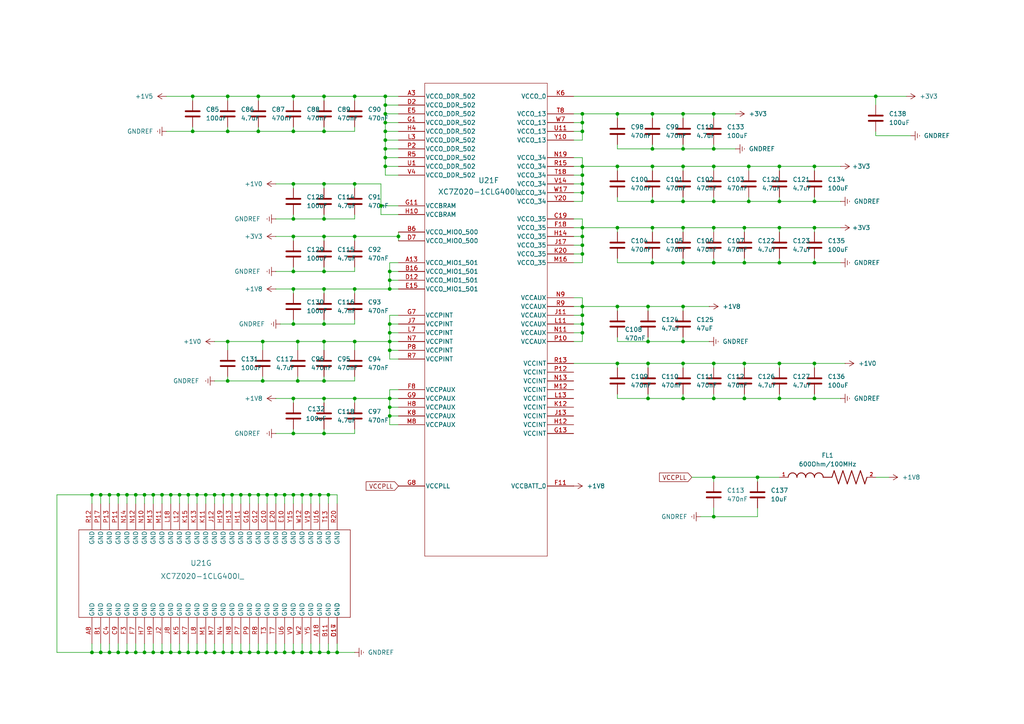
<source format=kicad_sch>
(kicad_sch (version 20231120) (generator "eeschema") (generator_version "8.0")
  (paper "A4")
  (junction (at 111.76 35.56))
  (junction (at 72.39 189.23))
  (junction (at 168.91 66.04))
  (junction (at 215.9 66.04))
  (junction (at 66.04 27.94))
  (junction (at 113.03 93.98))
  (junction (at 168.91 91.44))
  (junction (at 85.09 115.57))
  (junction (at 215.9 105.41))
  (junction (at 36.83 189.23))
  (junction (at 67.31 189.23))
  (junction (at 236.22 66.04))
  (junction (at 198.12 88.9))
  (junction (at 67.31 143.51))
  (junction (at 34.29 143.51))
  (junction (at 80.01 189.23))
  (junction (at 113.03 101.6))
  (junction (at 74.93 38.1))
  (junction (at 92.71 143.51))
  (junction (at 226.06 105.41))
  (junction (at 179.07 88.9))
  (junction (at 111.76 30.48))
  (junction (at 85.09 189.23))
  (junction (at 207.01 149.86))
  (junction (at 115.57 68.58))
  (junction (at 82.55 189.23))
  (junction (at 66.04 38.1))
  (junction (at 93.98 78.74))
  (junction (at 236.22 76.2))
  (junction (at 39.37 143.51))
  (junction (at 54.61 189.23))
  (junction (at 215.9 115.57))
  (junction (at 217.17 48.26))
  (junction (at 198.12 58.42))
  (junction (at 102.87 27.94))
  (junction (at 82.55 143.51))
  (junction (at 41.91 143.51))
  (junction (at 57.15 189.23))
  (junction (at 189.23 48.26))
  (junction (at 189.23 43.18))
  (junction (at 198.12 33.02))
  (junction (at 46.99 189.23))
  (junction (at 59.69 189.23))
  (junction (at 111.76 43.18))
  (junction (at 85.09 78.74))
  (junction (at 52.07 143.51))
  (junction (at 34.29 189.23))
  (junction (at 102.87 68.58))
  (junction (at 102.87 83.82))
  (junction (at 111.76 45.72))
  (junction (at 44.45 143.51))
  (junction (at 93.98 110.49))
  (junction (at 55.88 27.94))
  (junction (at 39.37 189.23))
  (junction (at 168.91 68.58))
  (junction (at 168.91 88.9))
  (junction (at 31.75 143.51))
  (junction (at 29.21 189.23))
  (junction (at 113.03 118.11))
  (junction (at 198.12 76.2))
  (junction (at 198.12 115.57))
  (junction (at 74.93 189.23))
  (junction (at 93.98 83.82))
  (junction (at 102.87 53.34))
  (junction (at 207.01 48.26))
  (junction (at 80.01 143.51))
  (junction (at 85.09 53.34))
  (junction (at 77.47 143.51))
  (junction (at 93.98 63.5))
  (junction (at 189.23 66.04))
  (junction (at 85.09 143.51))
  (junction (at 215.9 76.2))
  (junction (at 219.71 138.43))
  (junction (at 97.79 189.23))
  (junction (at 93.98 53.34))
  (junction (at 168.91 33.02))
  (junction (at 29.21 143.51))
  (junction (at 168.91 38.1))
  (junction (at 62.23 143.51))
  (junction (at 93.98 68.58))
  (junction (at 207.01 76.2))
  (junction (at 168.91 35.56))
  (junction (at 87.63 189.23))
  (junction (at 113.03 96.52))
  (junction (at 69.85 143.51))
  (junction (at 64.77 143.51))
  (junction (at 207.01 138.43))
  (junction (at 168.91 96.52))
  (junction (at 85.09 68.58))
  (junction (at 168.91 93.98))
  (junction (at 198.12 48.26))
  (junction (at 198.12 66.04))
  (junction (at 92.71 189.23))
  (junction (at 226.06 48.26))
  (junction (at 207.01 66.04))
  (junction (at 217.17 58.42))
  (junction (at 90.17 143.51))
  (junction (at 95.25 189.23))
  (junction (at 95.25 143.51))
  (junction (at 46.99 143.51))
  (junction (at 31.75 189.23))
  (junction (at 113.03 78.74))
  (junction (at 168.91 48.26))
  (junction (at 86.36 110.49))
  (junction (at 111.76 40.64))
  (junction (at 111.76 48.26))
  (junction (at 85.09 93.98))
  (junction (at 198.12 43.18))
  (junction (at 198.12 105.41))
  (junction (at 76.2 110.49))
  (junction (at 57.15 143.51))
  (junction (at 93.98 125.73))
  (junction (at 179.07 48.26))
  (junction (at 189.23 58.42))
  (junction (at 207.01 115.57))
  (junction (at 102.87 115.57))
  (junction (at 66.04 99.06))
  (junction (at 189.23 33.02))
  (junction (at 236.22 115.57))
  (junction (at 168.91 71.12))
  (junction (at 110.49 59.69))
  (junction (at 62.23 189.23))
  (junction (at 74.93 27.94))
  (junction (at 207.01 58.42))
  (junction (at 49.53 189.23))
  (junction (at 49.53 143.51))
  (junction (at 66.04 110.49))
  (junction (at 113.03 83.82))
  (junction (at 187.96 99.06))
  (junction (at 207.01 43.18))
  (junction (at 85.09 63.5))
  (junction (at 26.67 143.51))
  (junction (at 254 27.94))
  (junction (at 87.63 143.51))
  (junction (at 85.09 38.1))
  (junction (at 226.06 115.57))
  (junction (at 111.76 33.02))
  (junction (at 236.22 105.41))
  (junction (at 113.03 115.57))
  (junction (at 36.83 143.51))
  (junction (at 77.47 189.23))
  (junction (at 72.39 143.51))
  (junction (at 64.77 189.23))
  (junction (at 189.23 76.2))
  (junction (at 113.03 81.28))
  (junction (at 226.06 58.42))
  (junction (at 187.96 115.57))
  (junction (at 93.98 38.1))
  (junction (at 86.36 99.06))
  (junction (at 85.09 83.82))
  (junction (at 198.12 99.06))
  (junction (at 236.22 58.42))
  (junction (at 168.91 50.8))
  (junction (at 168.91 55.88))
  (junction (at 113.03 99.06))
  (junction (at 111.76 27.94))
  (junction (at 207.01 33.02))
  (junction (at 187.96 105.41))
  (junction (at 41.91 189.23))
  (junction (at 187.96 88.9))
  (junction (at 93.98 99.06))
  (junction (at 93.98 115.57))
  (junction (at 26.67 189.23))
  (junction (at 59.69 143.51))
  (junction (at 226.06 76.2))
  (junction (at 236.22 48.26))
  (junction (at 44.45 189.23))
  (junction (at 207.01 105.41))
  (junction (at 85.09 125.73))
  (junction (at 179.07 33.02))
  (junction (at 90.17 189.23))
  (junction (at 113.03 120.65))
  (junction (at 179.07 66.04))
  (junction (at 85.09 27.94))
  (junction (at 226.06 66.04))
  (junction (at 69.85 189.23))
  (junction (at 55.88 38.1))
  (junction (at 93.98 93.98))
  (junction (at 168.91 73.66))
  (junction (at 52.07 189.23))
  (junction (at 111.76 38.1))
  (junction (at 102.87 99.06))
  (junction (at 76.2 99.06))
  (junction (at 168.91 53.34))
  (junction (at 74.93 143.51))
  (junction (at 179.07 105.41))
  (junction (at 54.61 143.51))
  (junction (at 93.98 27.94))
  (wire (pts (xy 207.01 34.29) (xy 207.01 33.02)))
  (wire (pts (xy 115.57 93.98) (xy 113.03 93.98)))
  (wire (pts (xy 80.01 189.23) (xy 82.55 189.23)))
  (wire (pts (xy 29.21 186.69) (xy 29.21 189.23)))
  (wire (pts (xy 85.09 27.94) (xy 93.98 27.94)))
  (wire (pts (xy 203.2 149.86) (xy 207.01 149.86)))
  (wire (pts (xy 198.12 99.06) (xy 205.74 99.06)))
  (wire (pts (xy 95.25 146.05) (xy 95.25 143.51)))
  (wire (pts (xy 166.37 71.12) (xy 168.91 71.12)))
  (wire (pts (xy 82.55 186.69) (xy 82.55 189.23)))
  (wire (pts (xy 54.61 186.69) (xy 54.61 189.23)))
  (wire (pts (xy 85.09 146.05) (xy 85.09 143.51)))
  (wire (pts (xy 102.87 54.61) (xy 102.87 53.34)))
  (wire (pts (xy 49.53 146.05) (xy 49.53 143.51)))
  (wire (pts (xy 67.31 189.23) (xy 69.85 189.23)))
  (wire (pts (xy 198.12 106.68) (xy 198.12 105.41)))
  (wire (pts (xy 93.98 115.57) (xy 102.87 115.57)))
  (wire (pts (xy 31.75 143.51) (xy 29.21 143.51)))
  (wire (pts (xy 102.87 27.94) (xy 111.76 27.94)))
  (wire (pts (xy 236.22 57.15) (xy 236.22 58.42)))
  (wire (pts (xy 115.57 113.03) (xy 113.03 113.03)))
  (wire (pts (xy 113.03 76.2) (xy 113.03 78.74)))
  (wire (pts (xy 66.04 101.6) (xy 66.04 99.06)))
  (wire (pts (xy 102.87 78.74) (xy 93.98 78.74)))
  (wire (pts (xy 102.87 116.84) (xy 102.87 115.57)))
  (wire (pts (xy 93.98 99.06) (xy 102.87 99.06)))
  (wire (pts (xy 46.99 146.05) (xy 46.99 143.51)))
  (wire (pts (xy 189.23 57.15) (xy 189.23 58.42)))
  (wire (pts (xy 226.06 67.31) (xy 226.06 66.04)))
  (wire (pts (xy 115.57 78.74) (xy 113.03 78.74)))
  (wire (pts (xy 168.91 48.26) (xy 166.37 48.26)))
  (wire (pts (xy 113.03 93.98) (xy 113.03 96.52)))
  (wire (pts (xy 93.98 101.6) (xy 93.98 99.06)))
  (wire (pts (xy 86.36 110.49) (xy 93.98 110.49)))
  (wire (pts (xy 44.45 146.05) (xy 44.45 143.51)))
  (wire (pts (xy 189.23 49.53) (xy 189.23 48.26)))
  (wire (pts (xy 49.53 143.51) (xy 46.99 143.51)))
  (wire (pts (xy 207.01 114.3) (xy 207.01 115.57)))
  (wire (pts (xy 207.01 67.31) (xy 207.01 66.04)))
  (wire (pts (xy 217.17 48.26) (xy 207.01 48.26)))
  (wire (pts (xy 93.98 125.73) (xy 102.87 125.73)))
  (wire (pts (xy 219.71 149.86) (xy 207.01 149.86)))
  (wire (pts (xy 166.37 93.98) (xy 168.91 93.98)))
  (wire (pts (xy 207.01 43.18) (xy 213.36 43.18)))
  (wire (pts (xy 90.17 189.23) (xy 92.71 189.23)))
  (wire (pts (xy 115.57 40.64) (xy 111.76 40.64)))
  (wire (pts (xy 85.09 85.09) (xy 85.09 83.82)))
  (wire (pts (xy 187.96 115.57) (xy 198.12 115.57)))
  (wire (pts (xy 57.15 143.51) (xy 59.69 143.51)))
  (wire (pts (xy 198.12 90.17) (xy 198.12 88.9)))
  (wire (pts (xy 219.71 138.43) (xy 207.01 138.43)))
  (wire (pts (xy 168.91 71.12) (xy 168.91 73.66)))
  (wire (pts (xy 102.87 69.85) (xy 102.87 68.58)))
  (wire (pts (xy 198.12 43.18) (xy 207.01 43.18)))
  (wire (pts (xy 85.09 29.21) (xy 85.09 27.94)))
  (wire (pts (xy 67.31 186.69) (xy 67.31 189.23)))
  (wire (pts (xy 236.22 106.68) (xy 236.22 105.41)))
  (wire (pts (xy 115.57 48.26) (xy 111.76 48.26)))
  (wire (pts (xy 168.91 66.04) (xy 166.37 66.04)))
  (wire (pts (xy 187.96 88.9) (xy 179.07 88.9)))
  (wire (pts (xy 93.98 53.34) (xy 85.09 53.34)))
  (wire (pts (xy 166.37 105.41) (xy 179.07 105.41)))
  (wire (pts (xy 85.09 27.94) (xy 74.93 27.94)))
  (wire (pts (xy 115.57 68.58) (xy 102.87 68.58)))
  (wire (pts (xy 85.09 115.57) (xy 80.01 115.57)))
  (wire (pts (xy 62.23 146.05) (xy 62.23 143.51)))
  (wire (pts (xy 198.12 41.91) (xy 198.12 43.18)))
  (wire (pts (xy 236.22 58.42) (xy 243.84 58.42)))
  (wire (pts (xy 85.09 77.47) (xy 85.09 78.74)))
  (wire (pts (xy 166.37 50.8) (xy 168.91 50.8)))
  (wire (pts (xy 59.69 186.69) (xy 59.69 189.23)))
  (wire (pts (xy 44.45 189.23) (xy 46.99 189.23)))
  (wire (pts (xy 52.07 143.51) (xy 54.61 143.51)))
  (wire (pts (xy 77.47 143.51) (xy 74.93 143.51)))
  (wire (pts (xy 82.55 146.05) (xy 82.55 143.51)))
  (wire (pts (xy 113.03 123.19) (xy 113.03 120.65)))
  (wire (pts (xy 85.09 54.61) (xy 85.09 53.34)))
  (wire (pts (xy 207.01 58.42) (xy 217.17 58.42)))
  (wire (pts (xy 85.09 93.98) (xy 93.98 93.98)))
  (wire (pts (xy 44.45 143.51) (xy 41.91 143.51)))
  (wire (pts (xy 72.39 186.69) (xy 72.39 189.23)))
  (wire (pts (xy 26.67 189.23) (xy 29.21 189.23)))
  (wire (pts (xy 236.22 49.53) (xy 236.22 48.26)))
  (wire (pts (xy 85.09 78.74) (xy 93.98 78.74)))
  (wire (pts (xy 113.03 120.65) (xy 113.03 118.11)))
  (wire (pts (xy 254 27.94) (xy 254 30.48)))
  (wire (pts (xy 66.04 36.83) (xy 66.04 38.1)))
  (wire (pts (xy 217.17 49.53) (xy 217.17 48.26)))
  (wire (pts (xy 198.12 88.9) (xy 187.96 88.9)))
  (wire (pts (xy 189.23 74.93) (xy 189.23 76.2)))
  (wire (pts (xy 102.87 101.6) (xy 102.87 99.06)))
  (wire (pts (xy 93.98 93.98) (xy 102.87 93.98)))
  (wire (pts (xy 66.04 38.1) (xy 74.93 38.1)))
  (wire (pts (xy 207.01 138.43) (xy 200.66 138.43)))
  (wire (pts (xy 111.76 43.18) (xy 111.76 40.64)))
  (wire (pts (xy 215.9 67.31) (xy 215.9 66.04)))
  (wire (pts (xy 92.71 189.23) (xy 95.25 189.23)))
  (wire (pts (xy 26.67 146.05) (xy 26.67 143.51)))
  (wire (pts (xy 36.83 146.05) (xy 36.83 143.51)))
  (wire (pts (xy 85.09 186.69) (xy 85.09 189.23)))
  (wire (pts (xy 110.49 62.23) (xy 110.49 59.69)))
  (wire (pts (xy 31.75 146.05) (xy 31.75 143.51)))
  (wire (pts (xy 66.04 27.94) (xy 66.04 29.21)))
  (wire (pts (xy 31.75 186.69) (xy 31.75 189.23)))
  (wire (pts (xy 85.09 125.73) (xy 93.98 125.73)))
  (wire (pts (xy 76.2 101.6) (xy 76.2 99.06)))
  (wire (pts (xy 207.01 74.93) (xy 207.01 76.2)))
  (wire (pts (xy 93.98 115.57) (xy 85.09 115.57)))
  (wire (pts (xy 102.87 53.34) (xy 110.49 53.34)))
  (wire (pts (xy 198.12 49.53) (xy 198.12 48.26)))
  (wire (pts (xy 66.04 110.49) (xy 76.2 110.49)))
  (wire (pts (xy 115.57 101.6) (xy 113.03 101.6)))
  (wire (pts (xy 93.98 109.22) (xy 93.98 110.49)))
  (wire (pts (xy 55.88 38.1) (xy 66.04 38.1)))
  (wire (pts (xy 93.98 77.47) (xy 93.98 78.74)))
  (wire (pts (xy 72.39 146.05) (xy 72.39 143.51)))
  (wire (pts (xy 166.37 35.56) (xy 168.91 35.56)))
  (wire (pts (xy 207.01 49.53) (xy 207.01 48.26)))
  (wire (pts (xy 236.22 48.26) (xy 226.06 48.26)))
  (wire (pts (xy 115.57 81.28) (xy 113.03 81.28)))
  (wire (pts (xy 93.98 68.58) (xy 85.09 68.58)))
  (wire (pts (xy 207.01 115.57) (xy 215.9 115.57)))
  (wire (pts (xy 198.12 114.3) (xy 198.12 115.57)))
  (wire (pts (xy 254 39.37) (xy 264.16 39.37)))
  (wire (pts (xy 168.91 38.1) (xy 168.91 35.56)))
  (wire (pts (xy 215.9 106.68) (xy 215.9 105.41)))
  (wire (pts (xy 49.53 186.69) (xy 49.53 189.23)))
  (wire (pts (xy 215.9 66.04) (xy 207.01 66.04)))
  (wire (pts (xy 115.57 59.69) (xy 110.49 59.69)))
  (wire (pts (xy 80.01 146.05) (xy 80.01 143.51)))
  (wire (pts (xy 93.98 85.09) (xy 93.98 83.82)))
  (wire (pts (xy 166.37 58.42) (xy 168.91 58.42)))
  (wire (pts (xy 111.76 35.56) (xy 111.76 33.02)))
  (wire (pts (xy 168.91 91.44) (xy 168.91 88.9)))
  (wire (pts (xy 102.87 68.58) (xy 93.98 68.58)))
  (wire (pts (xy 166.37 96.52) (xy 168.91 96.52)))
  (wire (pts (xy 93.98 29.21) (xy 93.98 27.94)))
  (wire (pts (xy 102.87 99.06) (xy 113.03 99.06)))
  (wire (pts (xy 62.23 99.06) (xy 66.04 99.06)))
  (wire (pts (xy 57.15 186.69) (xy 57.15 189.23)))
  (wire (pts (xy 74.93 146.05) (xy 74.93 143.51)))
  (wire (pts (xy 113.03 81.28) (xy 113.03 83.82)))
  (wire (pts (xy 16.51 189.23) (xy 26.67 189.23)))
  (wire (pts (xy 115.57 120.65) (xy 113.03 120.65)))
  (wire (pts (xy 113.03 115.57) (xy 115.57 115.57)))
  (wire (pts (xy 39.37 186.69) (xy 39.37 189.23)))
  (wire (pts (xy 179.07 67.31) (xy 179.07 66.04)))
  (wire (pts (xy 166.37 73.66) (xy 168.91 73.66)))
  (wire (pts (xy 72.39 189.23) (xy 74.93 189.23)))
  (wire (pts (xy 67.31 146.05) (xy 67.31 143.51)))
  (wire (pts (xy 69.85 146.05) (xy 69.85 143.51)))
  (wire (pts (xy 85.09 36.83) (xy 85.09 38.1)))
  (wire (pts (xy 198.12 58.42) (xy 207.01 58.42)))
  (wire (pts (xy 111.76 50.8) (xy 111.76 48.26)))
  (wire (pts (xy 236.22 66.04) (xy 226.06 66.04)))
  (wire (pts (xy 166.37 27.94) (xy 254 27.94)))
  (wire (pts (xy 76.2 109.22) (xy 76.2 110.49)))
  (wire (pts (xy 41.91 186.69) (xy 41.91 189.23)))
  (wire (pts (xy 179.07 34.29) (xy 179.07 33.02)))
  (wire (pts (xy 86.36 99.06) (xy 93.98 99.06)))
  (wire (pts (xy 69.85 186.69) (xy 69.85 189.23)))
  (wire (pts (xy 113.03 83.82) (xy 115.57 83.82)))
  (wire (pts (xy 76.2 110.49) (xy 86.36 110.49)))
  (wire (pts (xy 57.15 189.23) (xy 59.69 189.23)))
  (wire (pts (xy 168.91 53.34) (xy 168.91 55.88)))
  (wire (pts (xy 189.23 58.42) (xy 198.12 58.42)))
  (wire (pts (xy 254 38.1) (xy 254 39.37)))
  (wire (pts (xy 226.06 105.41) (xy 215.9 105.41)))
  (wire (pts (xy 168.91 86.36) (xy 168.91 88.9)))
  (wire (pts (xy 102.87 109.22) (xy 102.87 110.49)))
  (wire (pts (xy 168.91 68.58) (xy 168.91 66.04)))
  (wire (pts (xy 102.87 53.34) (xy 93.98 53.34)))
  (wire (pts (xy 93.98 38.1) (xy 102.87 38.1)))
  (wire (pts (xy 44.45 186.69) (xy 44.45 189.23)))
  (wire (pts (xy 219.71 138.43) (xy 226.06 138.43)))
  (wire (pts (xy 102.87 83.82) (xy 93.98 83.82)))
  (wire (pts (xy 87.63 189.23) (xy 90.17 189.23)))
  (wire (pts (xy 207.01 48.26) (xy 198.12 48.26)))
  (wire (pts (xy 85.09 53.34) (xy 80.01 53.34)))
  (wire (pts (xy 215.9 115.57) (xy 226.06 115.57)))
  (wire (pts (xy 113.03 101.6) (xy 113.03 99.06)))
  (wire (pts (xy 115.57 69.85) (xy 115.57 68.58)))
  (wire (pts (xy 57.15 146.05) (xy 57.15 143.51)))
  (wire (pts (xy 102.87 115.57) (xy 113.03 115.57)))
  (wire (pts (xy 168.91 33.02) (xy 179.07 33.02)))
  (wire (pts (xy 187.96 105.41) (xy 198.12 105.41)))
  (wire (pts (xy 207.01 139.7) (xy 207.01 138.43)))
  (wire (pts (xy 54.61 146.05) (xy 54.61 143.51)))
  (wire (pts (xy 29.21 189.23) (xy 31.75 189.23)))
  (wire (pts (xy 102.87 29.21) (xy 102.87 27.94)))
  (wire (pts (xy 189.23 33.02) (xy 198.12 33.02)))
  (wire (pts (xy 207.01 106.68) (xy 207.01 105.41)))
  (wire (pts (xy 85.09 78.74) (xy 80.01 78.74)))
  (wire (pts (xy 64.77 189.23) (xy 67.31 189.23)))
  (wire (pts (xy 236.22 76.2) (xy 243.84 76.2)))
  (wire (pts (xy 82.55 143.51) (xy 80.01 143.51)))
  (wire (pts (xy 179.07 99.06) (xy 187.96 99.06)))
  (wire (pts (xy 67.31 143.51) (xy 69.85 143.51)))
  (wire (pts (xy 74.93 36.83) (xy 74.93 38.1)))
  (wire (pts (xy 179.07 114.3) (xy 179.07 115.57)))
  (wire (pts (xy 34.29 146.05) (xy 34.29 143.51)))
  (wire (pts (xy 198.12 115.57) (xy 207.01 115.57)))
  (wire (pts (xy 226.06 74.93) (xy 226.06 76.2)))
  (wire (pts (xy 80.01 125.73) (xy 85.09 125.73)))
  (wire (pts (xy 166.37 45.72) (xy 168.91 45.72)))
  (wire (pts (xy 102.87 38.1) (xy 102.87 36.83)))
  (wire (pts (xy 217.17 58.42) (xy 226.06 58.42)))
  (wire (pts (xy 74.93 27.94) (xy 66.04 27.94)))
  (wire (pts (xy 93.98 92.71) (xy 93.98 93.98)))
  (wire (pts (xy 93.98 54.61) (xy 93.98 53.34)))
  (wire (pts (xy 74.93 186.69) (xy 74.93 189.23)))
  (wire (pts (xy 115.57 62.23) (xy 110.49 62.23)))
  (wire (pts (xy 90.17 146.05) (xy 90.17 143.51)))
  (wire (pts (xy 92.71 143.51) (xy 90.17 143.51)))
  (wire (pts (xy 111.76 48.26) (xy 111.76 45.72)))
  (wire (pts (xy 81.28 93.98) (xy 85.09 93.98)))
  (wire (pts (xy 85.09 124.46) (xy 85.09 125.73)))
  (wire (pts (xy 87.63 186.69) (xy 87.63 189.23)))
  (wire (pts (xy 187.96 114.3) (xy 187.96 115.57)))
  (wire (pts (xy 219.71 139.7) (xy 219.71 138.43)))
  (wire (pts (xy 115.57 123.19) (xy 113.03 123.19)))
  (wire (pts (xy 97.79 186.69) (xy 97.79 189.23)))
  (wire (pts (xy 55.88 27.94) (xy 66.04 27.94)))
  (wire (pts (xy 168.91 71.12) (xy 168.91 68.58)))
  (wire (pts (xy 111.76 40.64) (xy 111.76 38.1)))
  (wire (pts (xy 115.57 118.11) (xy 113.03 118.11)))
  (wire (pts (xy 82.55 143.51) (xy 85.09 143.51)))
  (wire (pts (xy 110.49 59.69) (xy 110.49 53.34)))
  (wire (pts (xy 166.37 76.2) (xy 168.91 76.2)))
  (wire (pts (xy 95.25 186.69) (xy 95.25 189.23)))
  (wire (pts (xy 179.07 74.93) (xy 179.07 76.2)))
  (wire (pts (xy 62.23 186.69) (xy 62.23 189.23)))
  (wire (pts (xy 115.57 104.14) (xy 113.03 104.14)))
  (wire (pts (xy 198.12 97.79) (xy 198.12 99.06)))
  (wire (pts (xy 102.87 62.23) (xy 102.87 63.5)))
  (wire (pts (xy 215.9 114.3) (xy 215.9 115.57)))
  (wire (pts (xy 179.07 106.68) (xy 179.07 105.41)))
  (wire (pts (xy 111.76 27.94) (xy 115.57 27.94)))
  (wire (pts (xy 113.03 99.06) (xy 115.57 99.06)))
  (wire (pts (xy 198.12 105.41) (xy 207.01 105.41)))
  (wire (pts (xy 76.2 99.06) (xy 86.36 99.06)))
  (wire (pts (xy 187.96 105.41) (xy 179.07 105.41)))
  (wire (pts (xy 41.91 146.05) (xy 41.91 143.51)))
  (wire (pts (xy 92.71 146.05) (xy 92.71 143.51)))
  (wire (pts (xy 179.07 33.02) (xy 189.23 33.02)))
  (wire (pts (xy 93.98 63.5) (xy 85.09 63.5)))
  (wire (pts (xy 80.01 143.51) (xy 77.47 143.51)))
  (wire (pts (xy 198.12 74.93) (xy 198.12 76.2)))
  (wire (pts (xy 34.29 186.69) (xy 34.29 189.23)))
  (wire (pts (xy 236.22 74.93) (xy 236.22 76.2)))
  (wire (pts (xy 113.03 78.74) (xy 113.03 81.28)))
  (wire (pts (xy 97.79 143.51) (xy 95.25 143.51)))
  (wire (pts (xy 168.91 96.52) (xy 168.91 93.98)))
  (wire (pts (xy 179.07 90.17) (xy 179.07 88.9)))
  (wire (pts (xy 77.47 146.05) (xy 77.47 143.51)))
  (wire (pts (xy 95.25 143.51) (xy 92.71 143.51)))
  (wire (pts (xy 115.57 45.72) (xy 111.76 45.72)))
  (wire (pts (xy 166.37 53.34) (xy 168.91 53.34)))
  (wire (pts (xy 74.93 29.21) (xy 74.93 27.94)))
  (wire (pts (xy 236.22 48.26) (xy 243.84 48.26)))
  (wire (pts (xy 207.01 33.02) (xy 213.36 33.02)))
  (wire (pts (xy 179.07 41.91) (xy 179.07 43.18)))
  (wire (pts (xy 102.87 63.5) (xy 93.98 63.5)))
  (wire (pts (xy 115.57 38.1) (xy 111.76 38.1)))
  (wire (pts (xy 254 138.43) (xy 257.81 138.43)))
  (wire (pts (xy 62.23 110.49) (xy 66.04 110.49)))
  (wire (pts (xy 69.85 143.51) (xy 72.39 143.51)))
  (wire (pts (xy 168.91 63.5) (xy 168.91 66.04)))
  (wire (pts (xy 217.17 57.15) (xy 217.17 58.42)))
  (wire (pts (xy 207.01 76.2) (xy 215.9 76.2)))
  (wire (pts (xy 189.23 66.04) (xy 179.07 66.04)))
  (wire (pts (xy 215.9 74.93) (xy 215.9 76.2)))
  (wire (pts (xy 168.91 88.9) (xy 166.37 88.9)))
  (wire (pts (xy 215.9 76.2) (xy 226.06 76.2)))
  (wire (pts (xy 46.99 143.51) (xy 44.45 143.51)))
  (wire (pts (xy 36.83 186.69) (xy 36.83 189.23)))
  (wire (pts (xy 115.57 76.2) (xy 113.03 76.2)))
  (wire (pts (xy 166.37 38.1) (xy 168.91 38.1)))
  (wire (pts (xy 236.22 67.31) (xy 236.22 66.04)))
  (wire (pts (xy 189.23 43.18) (xy 198.12 43.18)))
  (wire (pts (xy 93.98 124.46) (xy 93.98 125.73)))
  (wire (pts (xy 115.57 33.02) (xy 111.76 33.02)))
  (wire (pts (xy 166.37 86.36) (xy 168.91 86.36)))
  (wire (pts (xy 113.03 118.11) (xy 113.03 115.57)))
  (wire (pts (xy 198.12 67.31) (xy 198.12 66.04)))
  (wire (pts (xy 226.06 114.3) (xy 226.06 115.57)))
  (wire (pts (xy 85.09 189.23) (xy 87.63 189.23)))
  (wire (pts (xy 236.22 66.04) (xy 243.84 66.04)))
  (wire (pts (xy 85.09 143.51) (xy 87.63 143.51)))
  (wire (pts (xy 111.76 33.02) (xy 111.76 30.48)))
  (wire (pts (xy 80.01 68.58) (xy 85.09 68.58)))
  (wire (pts (xy 52.07 146.05) (xy 52.07 143.51)))
  (wire (pts (xy 93.98 36.83) (xy 93.98 38.1)))
  (wire (pts (xy 115.57 91.44) (xy 113.03 91.44)))
  (wire (pts (xy 111.76 45.72) (xy 111.76 43.18)))
  (wire (pts (xy 29.21 146.05) (xy 29.21 143.51)))
  (wire (pts (xy 168.91 93.98) (xy 168.91 91.44)))
  (wire (pts (xy 179.07 57.15) (xy 179.07 58.42)))
  (wire (pts (xy 85.09 116.84) (xy 85.09 115.57)))
  (wire (pts (xy 66.04 99.06) (xy 76.2 99.06)))
  (wire (pts (xy 55.88 36.83) (xy 55.88 38.1)))
  (wire (pts (xy 115.57 35.56) (xy 111.76 35.56)))
  (wire (pts (xy 187.96 97.79) (xy 187.96 99.06)))
  (wire (pts (xy 93.98 116.84) (xy 93.98 115.57)))
  (wire (pts (xy 168.91 40.64) (xy 168.91 38.1)))
  (wire (pts (xy 115.57 96.52) (xy 113.03 96.52)))
  (wire (pts (xy 226.06 115.57) (xy 236.22 115.57)))
  (wire (pts (xy 97.79 146.05) (xy 97.79 143.51)))
  (wire (pts (xy 34.29 189.23) (xy 36.83 189.23)))
  (wire (pts (xy 48.26 38.1) (xy 55.88 38.1)))
  (wire (pts (xy 46.99 186.69) (xy 46.99 189.23)))
  (wire (pts (xy 226.06 57.15) (xy 226.06 58.42)))
  (wire (pts (xy 54.61 189.23) (xy 57.15 189.23)))
  (wire (pts (xy 179.07 97.79) (xy 179.07 99.06)))
  (wire (pts (xy 217.17 48.26) (xy 226.06 48.26)))
  (wire (pts (xy 189.23 48.26) (xy 179.07 48.26)))
  (wire (pts (xy 168.91 55.88) (xy 168.91 58.42)))
  (wire (pts (xy 59.69 143.51) (xy 62.23 143.51)))
  (wire (pts (xy 168.91 48.26) (xy 168.91 50.8)))
  (wire (pts (xy 236.22 115.57) (xy 243.84 115.57)))
  (wire (pts (xy 198.12 34.29) (xy 198.12 33.02)))
  (wire (pts (xy 226.06 106.68) (xy 226.06 105.41)))
  (wire (pts (xy 39.37 146.05) (xy 39.37 143.51)))
  (wire (pts (xy 36.83 189.23) (xy 39.37 189.23)))
  (wire (pts (xy 168.91 53.34) (xy 168.91 50.8)))
  (wire (pts (xy 198.12 76.2) (xy 207.01 76.2)))
  (wire (pts (xy 55.88 27.94) (xy 48.26 27.94)))
  (wire (pts (xy 189.23 48.26) (xy 198.12 48.26)))
  (wire (pts (xy 34.29 143.51) (xy 36.83 143.51)))
  (wire (pts (xy 198.12 57.15) (xy 198.12 58.42)))
  (wire (pts (xy 207.01 149.86) (xy 207.01 147.32)))
  (wire (pts (xy 113.03 113.03) (xy 113.03 115.57)))
  (wire (pts (xy 166.37 40.64) (xy 168.91 40.64)))
  (wire (pts (xy 207.01 57.15) (xy 207.01 58.42)))
  (wire (pts (xy 179.07 76.2) (xy 189.23 76.2)))
  (wire (pts (xy 226.06 66.04) (xy 215.9 66.04)))
  (wire (pts (xy 41.91 143.51) (xy 39.37 143.51)))
  (wire (pts (xy 179.07 49.53) (xy 179.07 48.26)))
  (wire (pts (xy 198.12 88.9) (xy 205.74 88.9)))
  (wire (pts (xy 36.83 143.51) (xy 39.37 143.51)))
  (wire (pts (xy 111.76 38.1) (xy 111.76 35.56)))
  (wire (pts (xy 207.01 41.91) (xy 207.01 43.18)))
  (wire (pts (xy 62.23 189.23) (xy 64.77 189.23)))
  (wire (pts (xy 102.87 124.46) (xy 102.87 125.73)))
  (wire (pts (xy 93.98 27.94) (xy 102.87 27.94)))
  (wire (pts (xy 198.12 66.04) (xy 189.23 66.04)))
  (wire (pts (xy 55.88 29.21) (xy 55.88 27.94)))
  (wire (pts (xy 74.93 143.51) (xy 72.39 143.51)))
  (wire (pts (xy 111.76 30.48) (xy 111.76 27.94)))
  (wire (pts (xy 93.98 110.49) (xy 102.87 110.49)))
  (wire (pts (xy 166.37 63.5) (xy 168.91 63.5)))
  (wire (pts (xy 93.98 69.85) (xy 93.98 68.58)))
  (wire (pts (xy 168.91 99.06) (xy 168.91 96.52)))
  (wire (pts (xy 52.07 189.23) (xy 54.61 189.23)))
  (wire (pts (xy 97.79 189.23) (xy 102.87 189.23)))
  (wire (pts (xy 226.06 58.42) (xy 236.22 58.42)))
  (wire (pts (xy 85.09 38.1) (xy 93.98 38.1)))
  (wire (pts (xy 16.51 143.51) (xy 16.51 189.23)))
  (wire (pts (xy 77.47 186.69) (xy 77.47 189.23)))
  (wire (pts (xy 74.93 189.23) (xy 77.47 189.23)))
  (wire (pts (xy 166.37 99.06) (xy 168.91 99.06)))
  (wire (pts (xy 102.87 77.47) (xy 102.87 78.74)))
  (wire (pts (xy 166.37 68.58) (xy 168.91 68.58)))
  (wire (pts (xy 236.22 105.41) (xy 226.06 105.41)))
  (wire (pts (xy 166.37 55.88) (xy 168.91 55.88)))
  (wire (pts (xy 26.67 143.51) (xy 29.21 143.51)))
  (wire (pts (xy 113.03 91.44) (xy 113.03 93.98)))
  (wire (pts (xy 102.87 85.09) (xy 102.87 83.82)))
  (wire (pts (xy 59.69 146.05) (xy 59.69 143.51)))
  (wire (pts (xy 85.09 69.85) (xy 85.09 68.58)))
  (wire (pts (xy 179.07 58.42) (xy 189.23 58.42)))
  (wire (pts (xy 187.96 106.68) (xy 187.96 105.41)))
  (wire (pts (xy 254 27.94) (xy 262.89 27.94)))
  (wire (pts (xy 168.91 45.72) (xy 168.91 48.26)))
  (wire (pts (xy 49.53 143.51) (xy 52.07 143.51)))
  (wire (pts (xy 16.51 143.51) (xy 26.67 143.51)))
  (wire (pts (xy 64.77 186.69) (xy 64.77 189.23)))
  (wire (pts (xy 179.07 48.26) (xy 168.91 48.26)))
  (wire (pts (xy 219.71 147.32) (xy 219.71 149.86)))
  (wire (pts (xy 59.69 189.23) (xy 62.23 189.23)))
  (wire (pts (xy 236.22 105.41) (xy 245.11 105.41)))
  (wire (pts (xy 189.23 41.91) (xy 189.23 43.18)))
  (wire (pts (xy 166.37 33.02) (xy 168.91 33.02)))
  (wire (pts (xy 66.04 110.49) (xy 66.04 109.22)))
  (wire (pts (xy 80.01 63.5) (xy 85.09 63.5)))
  (wire (pts (xy 57.15 143.51) (xy 54.61 143.51)))
  (wire (pts (xy 93.98 62.23) (xy 93.98 63.5)))
  (wire (pts (xy 34.29 143.51) (xy 31.75 143.51)))
  (wire (pts (xy 85.09 93.98) (xy 85.09 92.71)))
  (wire (pts (xy 90.17 186.69) (xy 90.17 189.23)))
  (wire (pts (xy 187.96 90.17) (xy 187.96 88.9)))
  (wire (pts (xy 77.47 189.23) (xy 80.01 189.23)))
  (wire (pts (xy 102.87 92.71) (xy 102.87 93.98)))
  (wire (pts (xy 64.77 146.05) (xy 64.77 143.51)))
  (wire (pts (xy 115.57 67.31) (xy 115.57 68.58)))
  (wire (pts (xy 85.09 63.5) (xy 85.09 62.23)))
  (wire (pts (xy 69.85 189.23) (xy 72.39 189.23)))
  (wire (pts (xy 226.06 76.2) (xy 236.22 76.2)))
  (wire (pts (xy 87.63 146.05) (xy 87.63 143.51)))
  (wire (pts (xy 92.71 186.69) (xy 92.71 189.23)))
  (wire (pts (xy 80.01 186.69) (xy 80.01 189.23)))
  (wire (pts (xy 236.22 114.3) (xy 236.22 115.57)))
  (wire (pts (xy 46.99 189.23) (xy 49.53 189.23)))
  (wire (pts (xy 41.91 189.23) (xy 44.45 189.23)))
  (wire (pts (xy 93.98 83.82) (xy 85.09 83.82)))
  (wire (pts (xy 168.91 35.56) (xy 168.91 33.02)))
  (wire (pts (xy 74.93 38.1) (xy 85.09 38.1)))
  (wire (pts (xy 226.06 49.53) (xy 226.06 48.26)))
  (wire (pts (xy 39.37 189.23) (xy 41.91 189.23)))
  (wire (pts (xy 86.36 101.6) (xy 86.36 99.06)))
  (wire (pts (xy 168.91 73.66) (xy 168.91 76.2)))
  (wire (pts (xy 102.87 83.82) (xy 113.03 83.82)))
  (wire (pts (xy 179.07 115.57) (xy 187.96 115.57)))
  (wire (pts (xy 26.67 186.69) (xy 26.67 189.23)))
  (wire (pts (xy 166.37 91.44) (xy 168.91 91.44)))
  (wire (pts (xy 67.31 143.51) (xy 64.77 143.51)))
  (wire (pts (xy 215.9 105.41) (xy 207.01 105.41)))
  (wire (pts (xy 90.17 143.51) (xy 87.63 143.51)))
  (wire (pts (xy 85.09 83.82) (xy 80.01 83.82)))
  (wire (pts (xy 198.12 33.02) (xy 207.01 33.02)))
  (wire (pts (xy 113.03 96.52) (xy 113.03 99.06)))
  (wire (pts (xy 115.57 50.8) (xy 111.76 50.8)))
  (wire (pts (xy 187.96 99.06) (xy 198.12 99.06)))
  (wire (pts (xy 179.07 43.18) (xy 189.23 43.18)))
  (wire (pts (xy 82.55 189.23) (xy 85.09 189.23)))
  (wire (pts (xy 113.03 104.14) (xy 113.03 101.6)))
  (wire (pts (xy 64.77 143.51) (xy 62.23 143.51)))
  (wire (pts (xy 95.25 189.23) (xy 97.79 189.23)))
  (wire (pts (xy 189.23 34.29) (xy 189.23 33.02)))
  (wire (pts (xy 31.75 189.23) (xy 34.29 189.23)))
  (wire (pts (xy 115.57 43.18) (xy 111.76 43.18)))
  (wire (pts (xy 86.36 109.22) (xy 86.36 110.49)))
  (wire (pts (xy 49.53 189.23) (xy 52.07 189.23)))
  (wire (pts (xy 207.01 66.04) (xy 198.12 66.04)))
  (wire (pts (xy 189.23 67.31) (xy 189.23 66.04)))
  (wire (pts (xy 115.57 30.48) (xy 111.76 30.48)))
  (wire (pts (xy 179.07 88.9) (xy 168.91 88.9)))
  (wire (pts (xy 52.07 186.69) (xy 52.07 189.23)))
  (wire (pts (xy 179.07 66.04) (xy 168.91 66.04)))
  (wire (pts (xy 189.23 76.2) (xy 198.12 76.2)))
  (global_label "VCCPLL" (shape input) (at 115.57 140.97 180) (property "Intersheetrefs" "${INTERSHEET_REFS}" (effects (hide yes))))
  (global_label "VCCPLL" (shape input) (at 200.66 138.43 180) (property "Intersheetrefs" "${INTERSHEET_REFS}" (effects (hide yes))))
  (symbol (lib_id "Device:C") (at 102.87 88.9 0) (unit 1)
    (property "Reference" "C93" (at 106.68 87.6299 0) (effects (justify left)))
    (property "Value" "470nF" (at 106.68 90.1699 0) (effects (justify left)))
    (property "Footprint" "JLCPCB:C_0402" (effects (hide yes)))
    (property "Description" "Unpolarized capacitor" (effects (hide yes)))
  )
  (symbol (lib_id "Device:C") (at 226.06 53.34 0) (unit 1)
    (property "Reference" "C121" (at 229.87 52.0699 0) (effects (justify left)))
    (property "Value" "4.7uF" (at 229.87 54.6099 0) (effects (justify left)))
    (property "Footprint" "JLCPCB:C_0402" (effects (hide yes)))
    (property "Description" "Unpolarized capacitor" (effects (hide yes)))
  )
  (symbol (lib_id "Device:C") (at 102.87 58.42 0) (unit 1)
    (property "Reference" "C91" (at 106.68 57.1499 0) (effects (justify left)))
    (property "Value" "470nF" (at 106.68 59.6899 0) (effects (justify left)))
    (property "Footprint" "JLCPCB:C_0402" (effects (hide yes)))
    (property "Description" "Unpolarized capacitor" (effects (hide yes)))
  )
  (symbol (lib_id "Device:C") (at 207.01 53.34 0) (unit 1)
    (property "Reference" "C103" (at 210.82 52.0699 0) (effects (justify left)))
    (property "Value" "470nF" (at 210.82 54.6099 0) (effects (justify left)))
    (property "Footprint" "JLCPCB:C_0402" (effects (hide yes)))
    (property "Description" "Unpolarized capacitor" (effects (hide yes)))
  )
  (symbol (lib_id "power:+3V3") (at 243.84 48.26 270) (unit 1)
    (property "Reference" "#PWR0112" (effects (hide yes)))
    (property "Value" "+3V3" (at 247.1261 48.2599 90) (effects (justify left)))
    (property "Description" "Power symbol creates a global label with name \"+3V3\"" (effects (hide yes)))
  )
  (symbol (lib_id "Device:C") (at 198.12 110.49 0) (unit 1)
    (property "Reference" "C111" (at 201.93 109.2199 0) (effects (justify left)))
    (property "Value" "470nF" (at 201.93 111.7599 0) (effects (justify left)))
    (property "Footprint" "JLCPCB:C_0402" (effects (hide yes)))
    (property "Description" "Unpolarized capacitor" (effects (hide yes)))
  )
  (symbol (lib_id "power:GNDREF") (at 81.28 93.98 270) (unit 1)
    (property "Reference" "#PWR0109" (effects (hide yes)))
    (property "Value" "GNDREF" (at 76.8448 93.9799 90) (effects (justify right)))
    (property "Description" "Power symbol creates a global label with name \"GNDREF\" , reference supply ground" (effects (hide yes)))
  )
  (symbol (lib_id "Device:C") (at 85.09 73.66 0) (unit 1)
    (property "Reference" "C129" (at 88.9 72.3899 0) (effects (justify left)))
    (property "Value" "100uF" (at 88.9 74.9299 0) (effects (justify left)))
    (property "Footprint" "JLCPCB:C_0402" (effects (hide yes)))
    (property "Description" "Unpolarized capacitor" (effects (hide yes)))
  )
  (symbol (lib_id "Device:C") (at 93.98 73.66 0) (unit 1)
    (property "Reference" "C115" (at 97.79 72.3899 0) (effects (justify left)))
    (property "Value" "4.7uF" (at 97.79 74.9299 0) (effects (justify left)))
    (property "Footprint" "JLCPCB:C_0402" (effects (hide yes)))
    (property "Description" "Unpolarized capacitor" (effects (hide yes)))
  )
  (symbol (lib_id "Device:C") (at 217.17 53.34 0) (unit 1)
    (property "Reference" "C120" (at 220.98 52.0699 0) (effects (justify left)))
    (property "Value" "4.7uF" (at 220.98 54.6099 0) (effects (justify left)))
    (property "Footprint" "JLCPCB:C_0402" (effects (hide yes)))
    (property "Description" "Unpolarized capacitor" (effects (hide yes)))
  )
  (symbol (lib_id "Device:C") (at 187.96 110.49 0) (unit 1)
    (property "Reference" "C110" (at 191.77 109.2199 0) (effects (justify left)))
    (property "Value" "470nF" (at 191.77 111.7599 0) (effects (justify left)))
    (property "Footprint" "JLCPCB:C_0402" (effects (hide yes)))
    (property "Description" "Unpolarized capacitor" (effects (hide yes)))
  )
  (symbol (lib_id "2025-03-16_22-31-30:XC7Z020-1CLG400I_") (at 27.94 186.69 90) (unit 7)
    (property "Reference" "U21" (at 61.468 163.322 90) (effects (font (size 1.524 1.524)) (justify left)))
    (property "Value" "XC7Z020-1CLG400I_" (at 70.866 167.132 90) (effects (font (size 1.524 1.524)) (justify left)))
    (property "Footprint" "XC7Z020-1CLG400I:CLG400_ZYNQ-7000_AMD" (effects (hide yes)))
    (property "Datasheet" "XC7Z020-1CLG400I" (effects (hide yes)))
  )
  (symbol (lib_id "Device:C") (at 189.23 38.1 0) (unit 1)
    (property "Reference" "C99" (at 193.04 36.8299 0) (effects (justify left)))
    (property "Value" "470nF" (at 193.04 39.3699 0) (effects (justify left)))
    (property "Footprint" "JLCPCB:C_0402" (effects (hide yes)))
    (property "Description" "Unpolarized capacitor" (effects (hide yes)))
  )
  (symbol (lib_id "Device:C") (at 85.09 58.42 0) (unit 1)
    (property "Reference" "C128" (at 88.9 57.1499 0) (effects (justify left)))
    (property "Value" "100uF" (at 88.9 59.6899 0) (effects (justify left)))
    (property "Footprint" "JLCPCB:C_0402" (effects (hide yes)))
    (property "Description" "Unpolarized capacitor" (effects (hide yes)))
  )
  (symbol (lib_id "Device:C") (at 93.98 88.9 0) (unit 1)
    (property "Reference" "C116" (at 97.79 87.6299 0) (effects (justify left)))
    (property "Value" "4.7nF" (at 97.79 90.1699 0) (effects (justify left)))
    (property "Footprint" "JLCPCB:C_0402" (effects (hide yes)))
    (property "Description" "Unpolarized capacitor" (effects (hide yes)))
  )
  (symbol (lib_id "Device:C") (at 189.23 53.34 0) (unit 1)
    (property "Reference" "C101" (at 193.04 52.0699 0) (effects (justify left)))
    (property "Value" "470nF" (at 193.04 54.6099 0) (effects (justify left)))
    (property "Footprint" "JLCPCB:C_0402" (effects (hide yes)))
    (property "Description" "Unpolarized capacitor" (effects (hide yes)))
  )
  (symbol (lib_id "Device:C") (at 236.22 71.12 0) (unit 1)
    (property "Reference" "C135" (at 240.03 69.8499 0) (effects (justify left)))
    (property "Value" "100uF" (at 240.03 72.3899 0) (effects (justify left)))
    (property "Footprint" "JLCPCB:C_0402" (effects (hide yes)))
    (property "Description" "Unpolarized capacitor" (effects (hide yes)))
  )
  (symbol (lib_id "Device:C") (at 93.98 33.02 0) (unit 1)
    (property "Reference" "C89" (at 97.79 31.7499 0) (effects (justify left)))
    (property "Value" "470nF" (at 97.79 34.2899 0) (effects (justify left)))
    (property "Footprint" "JLCPCB:C_0402" (effects (hide yes)))
    (property "Description" "Unpolarized capacitor" (effects (hide yes)))
  )
  (symbol (lib_id "Device:C") (at 226.06 110.49 0) (unit 1)
    (property "Reference" "C127" (at 229.87 109.2199 0) (effects (justify left)))
    (property "Value" "4.7uF" (at 229.87 111.7599 0) (effects (justify left)))
    (property "Footprint" "JLCPCB:C_0402" (effects (hide yes)))
    (property "Description" "Unpolarized capacitor" (effects (hide yes)))
  )
  (symbol (lib_id "BLM18AG601SZ1D:BLM18AG601SZ1D") (at 241.3 138.43 0) (unit 1)
    (property "Reference" "FL1" (at 240.03 132.08 0))
    (property "Value" "600Ohm/100MHz" (at 240.03 134.62 0))
    (property "Footprint" "BLM18AG601SZ1D:BEADC1608X95N" (effects (hide yes)))
  )
  (symbol (lib_id "power:+1V8") (at 166.37 140.97 270) (unit 1)
    (property "Reference" "#PWR073" (effects (hide yes)))
    (property "Value" "+1V8" (at 170.18 140.9699 90) (effects (justify left)))
    (property "Description" "Power symbol creates a global label with name \"+1V8\"" (effects (hide yes)))
  )
  (symbol (lib_id "power:+1V8") (at 80.01 83.82 90) (unit 1)
    (property "Reference" "#PWR066" (effects (hide yes)))
    (property "Value" "+1V8" (at 76.2 83.8199 90) (effects (justify left)))
    (property "Description" "Power symbol creates a global label with name \"+1V8\"" (effects (hide yes)))
  )
  (symbol (lib_id "Device:C") (at 187.96 93.98 0) (unit 1)
    (property "Reference" "C124" (at 191.77 92.7099 0) (effects (justify left)))
    (property "Value" "4.7uF" (at 191.77 95.2499 0) (effects (justify left)))
    (property "Footprint" "JLCPCB:C_0402" (effects (hide yes)))
    (property "Description" "Unpolarized capacitor" (effects (hide yes)))
  )
  (symbol (lib_id "Device:C") (at 236.22 53.34 0) (unit 1)
    (property "Reference" "C134" (at 240.03 52.0699 0) (effects (justify left)))
    (property "Value" "100uF" (at 240.03 54.6099 0) (effects (justify left)))
    (property "Footprint" "JLCPCB:C_0402" (effects (hide yes)))
    (property "Description" "Unpolarized capacitor" (effects (hide yes)))
  )
  (symbol (lib_id "Device:C") (at 215.9 110.49 0) (unit 1)
    (property "Reference" "C126" (at 219.71 109.2199 0) (effects (justify left)))
    (property "Value" "4.7uF" (at 219.71 111.7599 0) (effects (justify left)))
    (property "Footprint" "JLCPCB:C_0402" (effects (hide yes)))
    (property "Description" "Unpolarized capacitor" (effects (hide yes)))
  )
  (symbol (lib_id "2025-03-16_22-31-30:XC7Z020-1CLG400I_") (at 115.57 29.21 0) (unit 6)
    (property "Reference" "U21" (at 141.732 52.324 0) (effects (font (size 1.524 1.524))))
    (property "Value" "XC7Z020-1CLG400I_" (at 139.192 55.626 0) (effects (font (size 1.524 1.524))))
    (property "Footprint" "XC7Z020-1CLG400I:CLG400_ZYNQ-7000_AMD" (effects (hide yes)))
    (property "Datasheet" "XC7Z020-1CLG400I" (effects (hide yes)))
  )
  (symbol (lib_id "power:+1V8") (at 205.74 88.9 270) (unit 1)
    (property "Reference" "#PWR071" (effects (hide yes)))
    (property "Value" "+1V8" (at 209.55 88.8999 90) (effects (justify left)))
    (property "Description" "Power symbol creates a global label with name \"+1V8\"" (effects (hide yes)))
  )
  (symbol (lib_id "Device:C") (at 66.04 105.41 0) (unit 1)
    (property "Reference" "C131" (at 69.85 104.1399 0) (effects (justify left)))
    (property "Value" "100uF" (at 69.85 106.6799 0) (effects (justify left)))
    (property "Footprint" "JLCPCB:C_0402" (effects (hide yes)))
    (property "Description" "Unpolarized capacitor" (effects (hide yes)))
  )
  (symbol (lib_id "power:GNDREF") (at 213.36 43.18 90) (unit 1)
    (property "Reference" "#PWR057" (effects (hide yes)))
    (property "Value" "GNDREF" (at 217.17 43.1799 90) (effects (justify right)))
    (property "Description" "Power symbol creates a global label with name \"GNDREF\" , reference supply ground" (effects (hide yes)))
  )
  (symbol (lib_id "power:+3V3") (at 213.36 33.02 270) (unit 1)
    (property "Reference" "#PWR070" (effects (hide yes)))
    (property "Value" "+3V3" (at 217.17 33.0199 90) (effects (justify left)))
    (property "Description" "Power symbol creates a global label with name \"+3V3\"" (effects (hide yes)))
  )
  (symbol (lib_id "Device:C") (at 85.09 120.65 0) (unit 1)
    (property "Reference" "C132" (at 89.154 118.618 0) (effects (justify left)))
    (property "Value" "100uF" (at 88.646 121.412 0) (effects (justify left)))
    (property "Footprint" "JLCPCB:C_0402" (effects (hide yes)))
    (property "Description" "Unpolarized capacitor" (effects (hide yes)))
  )
  (symbol (lib_id "power:GNDREF") (at 205.74 99.06 90) (unit 1)
    (property "Reference" "#PWR062" (effects (hide yes)))
    (property "Value" "GNDREF" (at 209.55 99.0599 90) (effects (justify right)))
    (property "Description" "Power symbol creates a global label with name \"GNDREF\" , reference supply ground" (effects (hide yes)))
  )
  (symbol (lib_id "Device:C") (at 236.22 110.49 0) (unit 1)
    (property "Reference" "C136" (at 240.03 109.2199 0) (effects (justify left)))
    (property "Value" "100uF" (at 240.03 111.7599 0) (effects (justify left)))
    (property "Footprint" "JLCPCB:C_0402" (effects (hide yes)))
    (property "Description" "Unpolarized capacitor" (effects (hide yes)))
  )
  (symbol (lib_id "Device:C") (at 198.12 71.12 0) (unit 1)
    (property "Reference" "C106" (at 201.93 69.8499 0) (effects (justify left)))
    (property "Value" "470nF" (at 201.93 72.3899 0) (effects (justify left)))
    (property "Footprint" "JLCPCB:C_0402" (effects (hide yes)))
    (property "Description" "Unpolarized capacitor" (effects (hide yes)))
  )
  (symbol (lib_id "Device:C") (at 179.07 110.49 0) (unit 1)
    (property "Reference" "C109" (at 182.88 109.2199 0) (effects (justify left)))
    (property "Value" "470nF" (at 182.88 111.7599 0) (effects (justify left)))
    (property "Footprint" "JLCPCB:C_0402" (effects (hide yes)))
    (property "Description" "Unpolarized capacitor" (effects (hide yes)))
  )
  (symbol (lib_id "Device:C") (at 207.01 110.49 0) (unit 1)
    (property "Reference" "C112" (at 210.82 109.2199 0) (effects (justify left)))
    (property "Value" "470nF" (at 210.82 111.7599 0) (effects (justify left)))
    (property "Footprint" "JLCPCB:C_0402" (effects (hide yes)))
    (property "Description" "Unpolarized capacitor" (effects (hide yes)))
  )
  (symbol (lib_id "Device:C") (at 179.07 38.1 0) (unit 1)
    (property "Reference" "C98" (at 182.88 36.8299 0) (effects (justify left)))
    (property "Value" "470nF" (at 182.88 39.3699 0) (effects (justify left)))
    (property "Footprint" "JLCPCB:C_0402" (effects (hide yes)))
    (property "Description" "Unpolarized capacitor" (effects (hide yes)))
  )
  (symbol (lib_id "Device:C") (at 93.98 120.65 0) (unit 1)
    (property "Reference" "C118" (at 97.79 119.3799 0) (effects (justify left)))
    (property "Value" "4.7uF" (at 97.79 121.9199 0) (effects (justify left)))
    (property "Footprint" "JLCPCB:C_0402" (effects (hide yes)))
    (property "Description" "Unpolarized capacitor" (effects (hide yes)))
  )
  (symbol (lib_id "power:+3V3") (at 262.89 27.94 270) (unit 1)
    (property "Reference" "#PWR069" (effects (hide yes)))
    (property "Value" "+3V3" (at 266.7 27.9399 90) (effects (justify left)))
    (property "Description" "Power symbol creates a global label with name \"+3V3\"" (effects (hide yes)))
  )
  (symbol (lib_id "power:GNDREF") (at 102.87 189.23 90) (unit 1)
    (property "Reference" "#PWR054" (effects (hide yes)))
    (property "Value" "GNDREF" (at 106.68 189.2299 90) (effects (justify right)))
    (property "Description" "Power symbol creates a global label with name \"GNDREF\" , reference supply ground" (effects (hide yes)))
  )
  (symbol (lib_id "Device:C") (at 179.07 71.12 0) (unit 1)
    (property "Reference" "C104" (at 182.88 69.8499 0) (effects (justify left)))
    (property "Value" "470nF" (at 182.88 72.3899 0) (effects (justify left)))
    (property "Footprint" "JLCPCB:C_0402" (effects (hide yes)))
    (property "Description" "Unpolarized capacitor" (effects (hide yes)))
  )
  (symbol (lib_id "Device:C") (at 74.93 33.02 0) (unit 1)
    (property "Reference" "C87" (at 78.74 31.7499 0) (effects (justify left)))
    (property "Value" "470nF" (at 78.74 34.2899 0) (effects (justify left)))
    (property "Footprint" "JLCPCB:C_0402" (effects (hide yes)))
    (property "Description" "Unpolarized capacitor" (effects (hide yes)))
  )
  (symbol (lib_id "power:GNDREF") (at 48.26 38.1 270) (unit 1)
    (property "Reference" "#PWR055" (effects (hide yes)))
    (property "Value" "GNDREF" (at 44.45 38.0999 90) (effects (justify right)))
    (property "Description" "Power symbol creates a global label with name \"GNDREF\" , reference supply ground" (effects (hide yes)))
  )
  (symbol (lib_id "power:+1V0") (at 80.01 53.34 90) (unit 1)
    (property "Reference" "#PWR064" (effects (hide yes)))
    (property "Value" "+1V0" (at 76.2 53.3399 90) (effects (justify left)))
    (property "Description" "Power symbol creates a global label with name \"+1V0\"" (effects (hide yes)))
  )
  (symbol (lib_id "Device:C") (at 102.87 33.02 0) (unit 1)
    (property "Reference" "C90" (at 106.68 31.7499 0) (effects (justify left)))
    (property "Value" "470nF" (at 106.68 34.2899 0) (effects (justify left)))
    (property "Footprint" "JLCPCB:C_0402" (effects (hide yes)))
    (property "Description" "Unpolarized capacitor" (effects (hide yes)))
  )
  (symbol (lib_id "Device:C") (at 189.23 71.12 0) (unit 1)
    (property "Reference" "C105" (at 193.04 69.8499 0) (effects (justify left)))
    (property "Value" "470nF" (at 193.04 72.3899 0) (effects (justify left)))
    (property "Footprint" "JLCPCB:C_0402" (effects (hide yes)))
    (property "Description" "Unpolarized capacitor" (effects (hide yes)))
  )
  (symbol (lib_id "Device:C") (at 198.12 93.98 0) (unit 1)
    (property "Reference" "C125" (at 201.93 92.7099 0) (effects (justify left)))
    (property "Value" "47uF" (at 201.93 95.2499 0) (effects (justify left)))
    (property "Footprint" "JLCPCB:C_0402" (effects (hide yes)))
    (property "Description" "Unpolarized capacitor" (effects (hide yes)))
  )
  (symbol (lib_id "Device:C") (at 198.12 53.34 0) (unit 1)
    (property "Reference" "C102" (at 201.93 52.0699 0) (effects (justify left)))
    (property "Value" "470nF" (at 201.93 54.6099 0) (effects (justify left)))
    (property "Footprint" "JLCPCB:C_0402" (effects (hide yes)))
    (property "Description" "Unpolarized capacitor" (effects (hide yes)))
  )
  (symbol (lib_id "power:+3V3") (at 243.84 66.04 270) (unit 1)
    (property "Reference" "#PWR074" (effects (hide yes)))
    (property "Value" "+3V3" (at 247.1261 66.0399 90) (effects (justify left)))
    (property "Description" "Power symbol creates a global label with name \"+3V3\"" (effects (hide yes)))
  )
  (symbol (lib_id "Device:C") (at 254 34.29 0) (unit 1)
    (property "Reference" "C138" (at 257.81 33.0199 0) (effects (justify left)))
    (property "Value" "100uF" (at 257.81 35.5599 0) (effects (justify left)))
    (property "Footprint" "JLCPCB:C_0402" (effects (hide yes)))
    (property "Description" "Unpolarized capacitor" (effects (hide yes)))
  )
  (symbol (lib_id "Device:C") (at 85.09 33.02 0) (unit 1)
    (property "Reference" "C88" (at 88.9 31.7499 0) (effects (justify left)))
    (property "Value" "470nF" (at 88.9 34.2899 0) (effects (justify left)))
    (property "Footprint" "JLCPCB:C_0402" (effects (hide yes)))
    (property "Description" "Unpolarized capacitor" (effects (hide yes)))
  )
  (symbol (lib_id "power:+1V8") (at 80.01 115.57 90) (unit 1)
    (property "Reference" "#PWR067" (effects (hide yes)))
    (property "Value" "+1V8" (at 76.2 115.5699 90) (effects (justify left)))
    (property "Description" "Power symbol creates a global label with name \"+1V8\"" (effects (hide yes)))
  )
  (symbol (lib_id "Device:C") (at 198.12 38.1 0) (unit 1)
    (property "Reference" "C119" (at 201.93 36.8299 0) (effects (justify left)))
    (property "Value" "4.7uF" (at 201.93 39.3699 0) (effects (justify left)))
    (property "Footprint" "JLCPCB:C_0402" (effects (hide yes)))
    (property "Description" "Unpolarized capacitor" (effects (hide yes)))
  )
  (symbol (lib_id "power:+1V5") (at 48.26 27.94 90) (unit 1)
    (property "Reference" "#PWR063" (effects (hide yes)))
    (property "Value" "+1V5" (at 44.45 27.9399 90) (effects (justify left)))
    (property "Description" "Power symbol creates a global label with name \"+1V5\"" (effects (hide yes)))
  )
  (symbol (lib_id "power:GNDREF") (at 243.84 76.2 90) (unit 1)
    (property "Reference" "#PWR059" (effects (hide yes)))
    (property "Value" "GNDREF" (at 247.65 76.1999 90) (effects (justify right)))
    (property "Description" "Power symbol creates a global label with name \"GNDREF\" , reference supply ground" (effects (hide yes)))
  )
  (symbol (lib_id "Device:C") (at 86.36 105.41 0) (unit 1)
    (property "Reference" "C96" (at 90.17 104.1399 0) (effects (justify left)))
    (property "Value" "470nF" (at 90.17 106.6799 0) (effects (justify left)))
    (property "Footprint" "JLCPCB:C_0402" (effects (hide yes)))
    (property "Description" "Unpolarized capacitor" (effects (hide yes)))
  )
  (symbol (lib_id "power:GNDREF") (at 80.01 63.5 270) (unit 1)
    (property "Reference" "#PWR0111" (effects (hide yes)))
    (property "Value" "GNDREF" (at 75.5748 63.4999 90) (effects (justify right)))
    (property "Description" "Power symbol creates a global label with name \"GNDREF\" , reference supply ground" (effects (hide yes)))
  )
  (symbol (lib_id "Device:C") (at 207.01 38.1 0) (unit 1)
    (property "Reference" "C133" (at 210.82 36.8299 0) (effects (justify left)))
    (property "Value" "100uF" (at 210.82 39.3699 0) (effects (justify left)))
    (property "Footprint" "JLCPCB:C_0402" (effects (hide yes)))
    (property "Description" "Unpolarized capacitor" (effects (hide yes)))
  )
  (symbol (lib_id "power:GNDREF") (at 243.84 58.42 90) (unit 1)
    (property "Reference" "#PWR058" (effects (hide yes)))
    (property "Value" "GNDREF" (at 247.65 58.4199 90) (effects (justify right)))
    (property "Description" "Power symbol creates a global label with name \"GNDREF\" , reference supply ground" (effects (hide yes)))
  )
  (symbol (lib_id "Device:C") (at 179.07 93.98 0) (unit 1)
    (property "Reference" "C108" (at 181.2083 95.5737 0) (effects (justify left)))
    (property "Value" "470nF" (at 181.2083 98.1137 0) (effects (justify left)))
    (property "Footprint" "JLCPCB:C_0402" (effects (hide yes)))
    (property "Description" "Unpolarized capacitor" (effects (hide yes)))
  )
  (symbol (lib_id "Device:C") (at 93.98 58.42 0) (unit 1)
    (property "Reference" "C114" (at 97.79 57.1499 0) (effects (justify left)))
    (property "Value" "4.7uF" (at 97.79 59.6899 0) (effects (justify left)))
    (property "Footprint" "JLCPCB:C_0402" (effects (hide yes)))
    (property "Description" "Unpolarized capacitor" (effects (hide yes)))
  )
  (symbol (lib_id "Device:C") (at 55.88 33.02 0) (unit 1)
    (property "Reference" "C85" (at 59.69 31.7499 0) (effects (justify left)))
    (property "Value" "100uF" (at 59.69 34.2899 0) (effects (justify left)))
    (property "Footprint" "JLCPCB:C_0402" (effects (hide yes)))
    (property "Description" "Unpolarized capacitor" (effects (hide yes)))
  )
  (symbol (lib_id "power:+3V3") (at 80.01 68.58 90) (unit 1)
    (property "Reference" "#PWR065" (effects (hide yes)))
    (property "Value" "+3V3" (at 76.2 68.5799 90) (effects (justify left)))
    (property "Description" "Power symbol creates a global label with name \"+3V3\"" (effects (hide yes)))
  )
  (symbol (lib_id "power:GNDREF") (at 203.2 149.86 270) (unit 1)
    (property "Reference" "#PWR060" (effects (hide yes)))
    (property "Value" "GNDREF" (at 199.39 149.8599 90) (effects (justify right)))
    (property "Description" "Power symbol creates a global label with name \"GNDREF\" , reference supply ground" (effects (hide yes)))
  )
  (symbol (lib_id "Device:C") (at 93.98 105.41 0) (unit 1)
    (property "Reference" "C95" (at 97.79 104.1399 0) (effects (justify left)))
    (property "Value" "470nF" (at 97.79 106.6799 0) (effects (justify left)))
    (property "Footprint" "JLCPCB:C_0402" (effects (hide yes)))
    (property "Description" "Unpolarized capacitor" (effects (hide yes)))
  )
  (symbol (lib_id "power:GNDREF") (at 80.01 125.73 270) (unit 1)
    (property "Reference" "#PWR0114" (effects (hide yes)))
    (property "Value" "GNDREF" (at 75.5748 125.7299 90) (effects (justify right)))
    (property "Description" "Power symbol creates a global label with name \"GNDREF\" , reference supply ground" (effects (hide yes)))
  )
  (symbol (lib_id "power:GNDREF") (at 80.01 78.74 270) (unit 1)
    (property "Reference" "#PWR0108" (effects (hide yes)))
    (property "Value" "GNDREF" (at 75.5748 78.7399 90) (effects (justify right)))
    (property "Description" "Power symbol creates a global label with name \"GNDREF\" , reference supply ground" (effects (hide yes)))
  )
  (symbol (lib_id "Device:C") (at 219.71 143.51 0) (unit 1)
    (property "Reference" "C137" (at 223.52 142.2399 0) (effects (justify left)))
    (property "Value" "10uF" (at 223.52 144.7799 0) (effects (justify left)))
    (property "Footprint" "JLCPCB:C_0402" (effects (hide yes)))
    (property "Description" "Unpolarized capacitor" (effects (hide yes)))
  )
  (symbol (lib_id "power:GNDREF") (at 243.84 115.57 90) (unit 1)
    (property "Reference" "#PWR061" (effects (hide yes)))
    (property "Value" "GNDREF" (at 247.65 115.5699 90) (effects (justify right)))
    (property "Description" "Power symbol creates a global label with name \"GNDREF\" , reference supply ground" (effects (hide yes)))
  )
  (symbol (lib_id "Device:C") (at 179.07 53.34 0) (unit 1)
    (property "Reference" "C100" (at 182.88 52.0699 0) (effects (justify left)))
    (property "Value" "470nF" (at 182.88 54.6099 0) (effects (justify left)))
    (property "Footprint" "JLCPCB:C_0402" (effects (hide yes)))
    (property "Description" "Unpolarized capacitor" (effects (hide yes)))
  )
  (symbol (lib_id "power:+1V0") (at 62.23 99.06 90) (unit 1)
    (property "Reference" "#PWR068" (effects (hide yes)))
    (property "Value" "+1V0" (at 58.42 99.0599 90) (effects (justify left)))
    (property "Description" "Power symbol creates a global label with name \"+1V0\"" (effects (hide yes)))
  )
  (symbol (lib_id "Device:C") (at 102.87 105.41 0) (unit 1)
    (property "Reference" "C94" (at 106.68 104.1399 0) (effects (justify left)))
    (property "Value" "470nF" (at 106.68 106.6799 0) (effects (justify left)))
    (property "Footprint" "JLCPCB:C_0402" (effects (hide yes)))
    (property "Description" "Unpolarized capacitor" (effects (hide yes)))
  )
  (symbol (lib_id "Device:C") (at 66.04 33.02 0) (unit 1)
    (property "Reference" "C86" (at 69.85 31.7499 0) (effects (justify left)))
    (property "Value" "4.7uF" (at 69.85 34.2899 0) (effects (justify left)))
    (property "Footprint" "JLCPCB:C_0402" (effects (hide yes)))
    (property "Description" "Unpolarized capacitor" (effects (hide yes)))
  )
  (symbol (lib_id "power:GNDREF") (at 264.16 39.37 90) (unit 1)
    (property "Reference" "#PWR056" (effects (hide yes)))
    (property "Value" "GNDREF" (at 267.9289 39.3699 90) (effects (justify right)))
    (property "Description" "Power symbol creates a global label with name \"GNDREF\" , reference supply ground" (effects (hide yes)))
  )
  (symbol (lib_id "power:+1V8") (at 257.81 138.43 270) (unit 1)
    (property "Reference" "#PWR0113" (effects (hide yes)))
    (property "Value" "+1V8" (at 261.62 138.4299 90) (effects (justify left)))
    (property "Description" "Power symbol creates a global label with name \"+1V8\"" (effects (hide yes)))
  )
  (symbol (lib_id "Device:C") (at 85.09 88.9 0) (unit 1)
    (property "Reference" "C130" (at 88.9 87.6299 0) (effects (justify left)))
    (property "Value" "100uF" (at 88.9 90.1699 0) (effects (justify left)))
    (property "Footprint" "JLCPCB:C_0402" (effects (hide yes)))
    (property "Description" "Unpolarized capacitor" (effects (hide yes)))
  )
  (symbol (lib_id "Device:C") (at 102.87 73.66 0) (unit 1)
    (property "Reference" "C92" (at 106.68 72.3899 0) (effects (justify left)))
    (property "Value" "470nF" (at 106.68 74.9299 0) (effects (justify left)))
    (property "Footprint" "JLCPCB:C_0402" (effects (hide yes)))
    (property "Description" "Unpolarized capacitor" (effects (hide yes)))
  )
  (symbol (lib_id "power:+1V0") (at 245.11 105.41 270) (unit 1)
    (property "Reference" "#PWR072" (effects (hide yes)))
    (property "Value" "+1V0" (at 248.92 105.4099 90) (effects (justify left)))
    (property "Description" "Power symbol creates a global label with name \"+1V0\"" (effects (hide yes)))
  )
  (symbol (lib_id "Device:C") (at 102.87 120.65 0) (unit 1)
    (property "Reference" "C97" (at 106.68 119.3799 0) (effects (justify left)))
    (property "Value" "470nF" (at 106.68 121.9199 0) (effects (justify left)))
    (property "Footprint" "JLCPCB:C_0402" (effects (hide yes)))
    (property "Description" "Unpolarized capacitor" (effects (hide yes)))
  )
  (symbol (lib_id "Device:C") (at 76.2 105.41 0) (unit 1)
    (property "Reference" "C117" (at 80.01 104.1399 0) (effects (justify left)))
    (property "Value" "4.7uF" (at 80.01 106.6799 0) (effects (justify left)))
    (property "Footprint" "JLCPCB:C_0402" (effects (hide yes)))
    (property "Description" "Unpolarized capacitor" (effects (hide yes)))
  )
  (symbol (lib_id "Device:C") (at 226.06 71.12 0) (unit 1)
    (property "Reference" "C123" (at 229.87 69.8499 0) (effects (justify left)))
    (property "Value" "4.7uF" (at 229.87 72.3899 0) (effects (justify left)))
    (property "Footprint" "JLCPCB:C_0402" (effects (hide yes)))
    (property "Description" "Unpolarized capacitor" (effects (hide yes)))
  )
  (symbol (lib_id "Device:C") (at 207.01 71.12 0) (unit 1)
    (property "Reference" "C107" (at 210.82 69.8499 0) (effects (justify left)))
    (property "Value" "470nF" (at 210.82 72.3899 0) (effects (justify left)))
    (property "Footprint" "JLCPCB:C_0402" (effects (hide yes)))
    (property "Description" "Unpolarized capacitor" (effects (hide yes)))
  )
  (symbol (lib_id "Device:C") (at 207.01 143.51 0) (unit 1)
    (property "Reference" "C113" (at 210.82 142.2399 0) (effects (justify left)))
    (property "Value" "470nF" (at 210.82 144.7799 0) (effects (justify left)))
    (property "Footprint" "JLCPCB:C_0402" (effects (hide yes)))
    (property "Description" "Unpolarized capacitor" (effects (hide yes)))
  )
  (symbol (lib_id "Device:C") (at 215.9 71.12 0) (unit 1)
    (property "Reference" "C122" (at 219.71 69.8499 0) (effects (justify left)))
    (property "Value" "4.7uF" (at 219.71 72.3899 0) (effects (justify left)))
    (property "Footprint" "JLCPCB:C_0402" (effects (hide yes)))
    (property "Description" "Unpolarized capacitor" (effects (hide yes)))
  )
  (symbol (lib_id "power:GNDREF") (at 62.23 110.49 270) (unit 1)
    (property "Reference" "#PWR0110" (effects (hide yes)))
    (property "Value" "GNDREF" (at 57.7948 110.4899 90) (effects (justify right)))
    (property "Description" "Power symbol creates a global label with name \"GNDREF\" , reference supply ground" (effects (hide yes)))
  )
)
</source>
